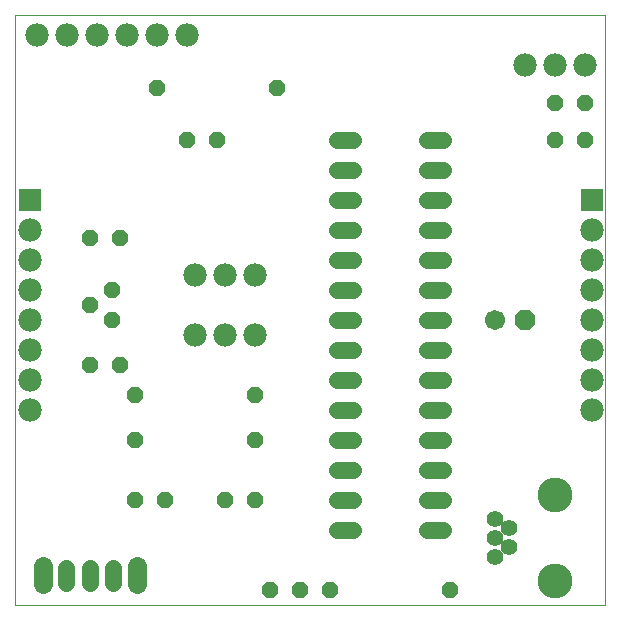
<source format=gbs>
G75*
%MOIN*%
%OFA0B0*%
%FSLAX25Y25*%
%IPPOS*%
%LPD*%
%AMOC8*
5,1,8,0,0,1.08239X$1,22.5*
%
%ADD10C,0.00000*%
%ADD11OC8,0.05600*%
%ADD12C,0.05550*%
%ADD13C,0.06337*%
%ADD14C,0.05600*%
%ADD15C,0.07800*%
%ADD16C,0.05550*%
%ADD17C,0.11620*%
%ADD18R,0.07800X0.07800*%
%ADD19C,0.06700*%
%ADD20OC8,0.06700*%
D10*
X0018531Y0004500D02*
X0018531Y0201350D01*
X0215381Y0201350D01*
X0215381Y0004500D01*
X0018531Y0004500D01*
D11*
X0058531Y0039500D03*
X0068531Y0039500D03*
X0088531Y0039500D03*
X0098531Y0039500D03*
X0098531Y0059500D03*
X0098531Y0074500D03*
X0058531Y0074500D03*
X0053531Y0084500D03*
X0043531Y0084500D03*
X0051031Y0099500D03*
X0043531Y0104500D03*
X0051031Y0109500D03*
X0053531Y0127000D03*
X0043531Y0127000D03*
X0076031Y0159500D03*
X0086031Y0159500D03*
X0106031Y0177000D03*
X0066031Y0177000D03*
X0058531Y0059500D03*
X0103531Y0009500D03*
X0113531Y0009500D03*
X0123531Y0009500D03*
X0163531Y0009500D03*
X0198531Y0159500D03*
X0208531Y0159500D03*
X0208531Y0172000D03*
X0198531Y0172000D03*
D12*
X0051405Y0017075D02*
X0051405Y0011925D01*
X0043531Y0011925D02*
X0043531Y0017075D01*
X0035657Y0017075D02*
X0035657Y0011925D01*
D13*
X0027783Y0011531D02*
X0027783Y0017469D01*
X0059279Y0017469D02*
X0059279Y0011531D01*
D14*
X0125931Y0029500D02*
X0131131Y0029500D01*
X0131131Y0039500D02*
X0125931Y0039500D01*
X0125931Y0049500D02*
X0131131Y0049500D01*
X0131131Y0059500D02*
X0125931Y0059500D01*
X0125931Y0069500D02*
X0131131Y0069500D01*
X0131131Y0079500D02*
X0125931Y0079500D01*
X0125931Y0089500D02*
X0131131Y0089500D01*
X0131131Y0099500D02*
X0125931Y0099500D01*
X0125931Y0109500D02*
X0131131Y0109500D01*
X0131131Y0119500D02*
X0125931Y0119500D01*
X0125931Y0129500D02*
X0131131Y0129500D01*
X0131131Y0139500D02*
X0125931Y0139500D01*
X0125931Y0149500D02*
X0131131Y0149500D01*
X0131131Y0159500D02*
X0125931Y0159500D01*
X0155931Y0159500D02*
X0161131Y0159500D01*
X0161131Y0149500D02*
X0155931Y0149500D01*
X0155931Y0139500D02*
X0161131Y0139500D01*
X0161131Y0129500D02*
X0155931Y0129500D01*
X0155931Y0119500D02*
X0161131Y0119500D01*
X0161131Y0109500D02*
X0155931Y0109500D01*
X0155931Y0099500D02*
X0161131Y0099500D01*
X0161131Y0089500D02*
X0155931Y0089500D01*
X0155931Y0079500D02*
X0161131Y0079500D01*
X0161131Y0069500D02*
X0155931Y0069500D01*
X0155931Y0059500D02*
X0161131Y0059500D01*
X0161131Y0049500D02*
X0155931Y0049500D01*
X0155931Y0039500D02*
X0161131Y0039500D01*
X0161131Y0029500D02*
X0155931Y0029500D01*
D15*
X0211031Y0069500D03*
X0211031Y0079500D03*
X0211031Y0089500D03*
X0211031Y0099500D03*
X0211031Y0109500D03*
X0211031Y0119500D03*
X0211031Y0129500D03*
X0208531Y0184500D03*
X0198531Y0184500D03*
X0188531Y0184500D03*
X0098531Y0114500D03*
X0088531Y0114500D03*
X0078531Y0114500D03*
X0078531Y0094500D03*
X0088531Y0094500D03*
X0098531Y0094500D03*
X0023531Y0089500D03*
X0023531Y0079500D03*
X0023531Y0069500D03*
X0023531Y0099500D03*
X0023531Y0109500D03*
X0023531Y0119500D03*
X0023531Y0129500D03*
X0026031Y0194500D03*
X0036031Y0194500D03*
X0046031Y0194500D03*
X0056031Y0194500D03*
X0066031Y0194500D03*
X0076031Y0194500D03*
D16*
X0178452Y0033299D03*
X0183177Y0030150D03*
X0178452Y0027000D03*
X0183177Y0023850D03*
X0178452Y0020701D03*
D17*
X0198531Y0012630D03*
X0198531Y0041370D03*
D18*
X0211031Y0139500D03*
X0023531Y0139500D03*
D19*
X0178531Y0099500D03*
D20*
X0188531Y0099500D03*
M02*

</source>
